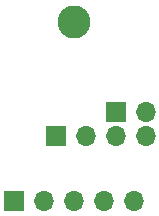
<source format=gbr>
%TF.GenerationSoftware,KiCad,Pcbnew,8.0.5*%
%TF.CreationDate,2025-07-05T11:02:35+01:00*%
%TF.ProjectId,sdrr wifi rev a,73647272-2077-4696-9669-207265762061,rev?*%
%TF.SameCoordinates,Original*%
%TF.FileFunction,Soldermask,Bot*%
%TF.FilePolarity,Negative*%
%FSLAX46Y46*%
G04 Gerber Fmt 4.6, Leading zero omitted, Abs format (unit mm)*
G04 Created by KiCad (PCBNEW 8.0.5) date 2025-07-05 11:02:35*
%MOMM*%
%LPD*%
G01*
G04 APERTURE LIST*
%ADD10R,1.700000X1.700000*%
%ADD11O,1.700000X1.700000*%
%ADD12C,2.800000*%
G04 APERTURE END LIST*
D10*
%TO.C,J3*%
X60299600Y-63830200D03*
D11*
X62839600Y-63830200D03*
%TD*%
D10*
%TO.C,J2*%
X55219600Y-65913000D03*
D11*
X57759600Y-65913000D03*
X60299600Y-65913000D03*
X62839600Y-65913000D03*
%TD*%
D12*
%TO.C,U1*%
X56769000Y-56210200D03*
%TD*%
D10*
%TO.C,J1*%
X51689000Y-71374000D03*
D11*
X54229000Y-71374000D03*
X56769000Y-71374000D03*
X59309000Y-71374000D03*
X61849000Y-71374000D03*
%TD*%
M02*

</source>
